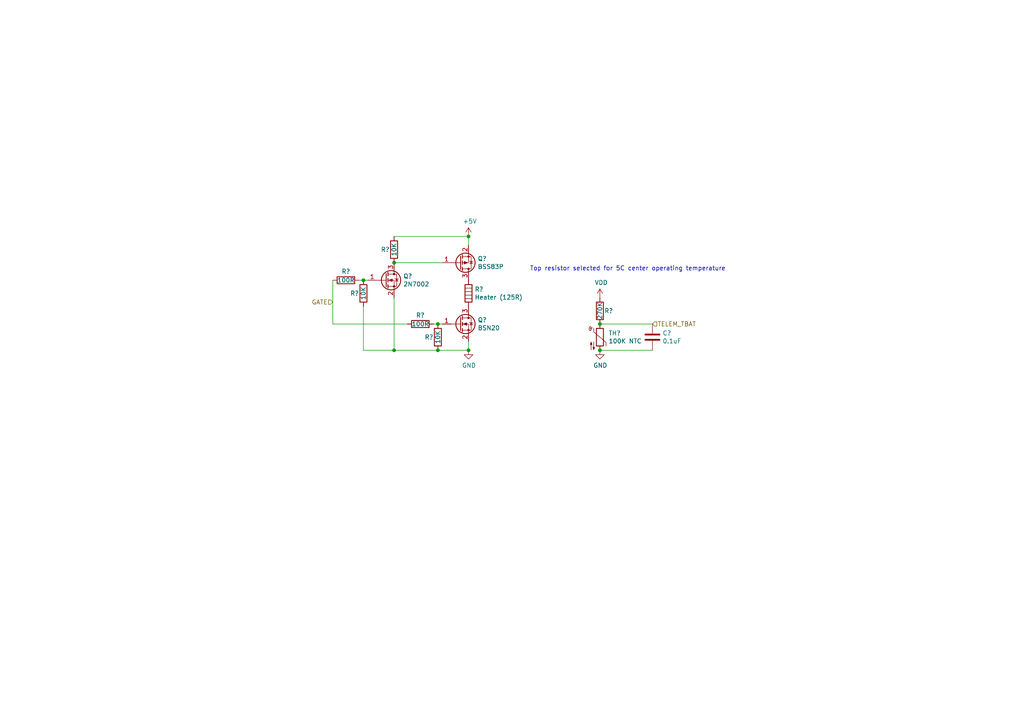
<source format=kicad_sch>
(kicad_sch (version 20211123) (generator eeschema)
  (paper "A4")
  (lib_symbols
    (symbol "Device:C" (pin_numbers hide) (pin_names (offset 0.254))
      (property "Reference" "C" (at 0.635 2.54 0))
      (property "Value" "C" (at 0.635 -2.54 0))
      (symbol "C_0_1"
        (polyline (pts (xy -2.032 -0.762) (xy 2.032 -0.762)) (stroke (width 0.508)))
        (polyline (pts (xy -2.032 0.762) (xy 2.032 0.762)) (stroke (width 0.508)))
      )
      (symbol "C_1_1"
        (pin passive line (at 0 3.81 270) (length 2.794) (name "~") (number "1"))
        (pin passive line (at 0 -3.81 90) (length 2.794) (name "~") (number "2"))
      )
    )
    (symbol "Device:Heater" (pin_numbers hide) (pin_names (offset 0))
      (property "Reference" "R" (at 2.032 0 90))
      (property "Value" "Heater" (at -2.032 0 90))
      (symbol "Heater_0_1"
        (rectangle (start -1.016 -2.54) (end 1.016 2.54) (stroke (width 0.254)))
        (polyline (pts (xy -1.016 1.524) (xy 1.016 1.524)))
        (polyline (pts (xy 1.016 -1.524) (xy -1.016 -1.524)))
        (polyline (pts (xy 1.016 -0.508) (xy -1.016 -0.508)))
        (polyline (pts (xy 1.016 0.508) (xy -1.016 0.508)))
      )
      (symbol "Heater_1_1"
        (pin passive line (at 0 3.81 270) (length 1.27) (name "~") (number "1"))
        (pin passive line (at 0 -3.81 90) (length 1.27) (name "~") (number "2"))
      )
    )
    (symbol "Device:R" (pin_numbers hide) (pin_names (offset 0))
      (property "Reference" "R" (at 2.032 0 90))
      (property "Value" "R" (at 0 0 90))
      (symbol "R_0_1"
        (rectangle (start -1.016 -2.54) (end 1.016 2.54) (stroke (width 0.254)))
      )
      (symbol "R_1_1"
        (pin passive line (at 0 3.81 270) (length 1.27) (name "~") (number "1"))
        (pin passive line (at 0 -3.81 90) (length 1.27) (name "~") (number "2"))
      )
    )
    (symbol "Device:Thermistor_NTC" (pin_numbers hide) (pin_names (offset 0))
      (property "Reference" "TH" (at -4.445 0 90))
      (property "Value" "Thermistor_NTC" (at 3.175 0 90))
      (symbol "Thermistor_NTC_0_1"
        (arc (start -3.048 2.159) (mid -3.0495 2.3143) (end -3.175 2.413))
        (arc (start -3.048 2.159) (mid -2.9736 1.9794) (end -2.794 1.905))
        (arc (start -3.048 2.794) (mid -2.9736 2.6144) (end -2.794 2.54))
        (arc (start -2.794 1.905) (mid -2.6144 1.9794) (end -2.54 2.159))
        (arc (start -2.794 2.54) (mid -2.4393 2.5587) (end -2.159 2.794))
        (arc (start -2.794 3.048) (mid -2.9736 2.9736) (end -3.048 2.794))
        (arc (start -2.54 2.794) (mid -2.6144 2.9736) (end -2.794 3.048))
        (rectangle (start -1.016 2.54) (end 1.016 -2.54) (stroke (width 0.254)))
        (polyline (pts (xy -2.54 2.159) (xy -2.54 2.794)))
        (polyline (pts (xy -1.778 2.54) (xy -1.778 1.524) (xy 1.778 -1.524) (xy 1.778 -2.54)))
        (polyline (pts (xy -2.54 -3.683) (xy -2.54 -1.397) (xy -2.794 -2.159) (xy -2.286 -2.159) (xy -2.54 -1.397) (xy -2.54 -1.651)) (fill (type outline)))
        (polyline (pts (xy -1.778 -1.397) (xy -1.778 -3.683) (xy -2.032 -2.921) (xy -1.524 -2.921) (xy -1.778 -3.683) (xy -1.778 -3.429)) (fill (type outline)))
      )
      (symbol "Thermistor_NTC_1_1"
        (pin passive line (at 0 3.81 270) (length 1.27) (name "~") (number "1"))
        (pin passive line (at 0 -3.81 90) (length 1.27) (name "~") (number "2"))
      )
    )
    (symbol "Transistor_FET:2N7002" (pin_names hide)
      (property "Reference" "Q" (at 5.08 1.905 0))
      (property "Value" "2N7002" (at 5.08 0 0))
      (symbol "2N7002_0_1"
        (polyline (pts (xy 0.254 0) (xy -2.54 0)))
        (polyline (pts (xy 0.254 1.905) (xy 0.254 -1.905)) (stroke (width 0.254)))
        (polyline (pts (xy 0.762 -1.27) (xy 0.762 -2.286)) (stroke (width 0.254)))
        (polyline (pts (xy 0.762 0.508) (xy 0.762 -0.508)) (stroke (width 0.254)))
        (polyline (pts (xy 0.762 2.286) (xy 0.762 1.27)) (stroke (width 0.254)))
        (polyline (pts (xy 2.54 2.54) (xy 2.54 1.778)))
        (polyline (pts (xy 2.54 -2.54) (xy 2.54 0) (xy 0.762 0)))
        (polyline (pts (xy 0.762 -1.778) (xy 3.302 -1.778) (xy 3.302 1.778) (xy 0.762 1.778)))
        (polyline (pts (xy 1.016 0) (xy 2.032 0.381) (xy 2.032 -0.381) (xy 1.016 0)) (fill (type outline)))
        (polyline (pts (xy 2.794 0.508) (xy 2.921 0.381) (xy 3.683 0.381) (xy 3.81 0.254)))
        (polyline (pts (xy 3.302 0.381) (xy 2.921 -0.254) (xy 3.683 -0.254) (xy 3.302 0.381)))
        (circle (center 1.651 0) (radius 2.794) (stroke (width 0.254)))
        (circle (center 2.54 -1.778) (radius 0.254) (fill (type outline)))
        (circle (center 2.54 1.778) (radius 0.254) (fill (type outline)))
      )
      (symbol "2N7002_1_1"
        (pin input line (at -5.08 0 0) (length 2.54) (name "G") (number "1"))
        (pin passive line (at 2.54 -5.08 90) (length 2.54) (name "S") (number "2"))
        (pin passive line (at 2.54 5.08 270) (length 2.54) (name "D") (number "3"))
      )
    )
    (symbol "Transistor_FET:BSN20" (pin_names hide)
      (property "Reference" "Q" (at 5.08 1.905 0))
      (property "Value" "BSN20" (at 5.08 0 0))
      (symbol "BSN20_0_1"
        (polyline (pts (xy 0.254 0) (xy -2.54 0)))
        (polyline (pts (xy 0.254 1.905) (xy 0.254 -1.905)) (stroke (width 0.254)))
        (polyline (pts (xy 0.762 -1.27) (xy 0.762 -2.286)) (stroke (width 0.254)))
        (polyline (pts (xy 0.762 0.508) (xy 0.762 -0.508)) (stroke (width 0.254)))
        (polyline (pts (xy 0.762 2.286) (xy 0.762 1.27)) (stroke (width 0.254)))
        (polyline (pts (xy 2.54 2.54) (xy 2.54 1.778)))
        (polyline (pts (xy 2.54 -2.54) (xy 2.54 0) (xy 0.762 0)))
        (polyline (pts (xy 0.762 -1.778) (xy 3.302 -1.778) (xy 3.302 1.778) (xy 0.762 1.778)))
        (polyline (pts (xy 1.016 0) (xy 2.032 0.381) (xy 2.032 -0.381) (xy 1.016 0)) (fill (type outline)))
        (polyline (pts (xy 2.794 0.508) (xy 2.921 0.381) (xy 3.683 0.381) (xy 3.81 0.254)))
        (polyline (pts (xy 3.302 0.381) (xy 2.921 -0.254) (xy 3.683 -0.254) (xy 3.302 0.381)))
        (circle (center 1.651 0) (radius 2.794) (stroke (width 0.254)))
        (circle (center 2.54 -1.778) (radius 0.254) (fill (type outline)))
        (circle (center 2.54 1.778) (radius 0.254) (fill (type outline)))
      )
      (symbol "BSN20_1_1"
        (pin input line (at -5.08 0 0) (length 2.54) (name "G") (number "1"))
        (pin passive line (at 2.54 -5.08 90) (length 2.54) (name "S") (number "2"))
        (pin passive line (at 2.54 5.08 270) (length 2.54) (name "D") (number "3"))
      )
    )
    (symbol "Transistor_FET:BSS83P" (pin_names hide)
      (property "Reference" "Q" (at 5.08 1.905 0))
      (property "Value" "BSS83P" (at 5.08 0 0))
      (symbol "BSS83P_0_1"
        (polyline (pts (xy 0.254 0) (xy -2.54 0)))
        (polyline (pts (xy 0.254 1.905) (xy 0.254 -1.905)) (stroke (width 0.254)))
        (polyline (pts (xy 0.762 -1.27) (xy 0.762 -2.286)) (stroke (width 0.254)))
        (polyline (pts (xy 0.762 0.508) (xy 0.762 -0.508)) (stroke (width 0.254)))
        (polyline (pts (xy 0.762 2.286) (xy 0.762 1.27)) (stroke (width 0.254)))
        (polyline (pts (xy 2.54 2.54) (xy 2.54 1.778)))
        (polyline (pts (xy 2.54 -2.54) (xy 2.54 0) (xy 0.762 0)))
        (polyline (pts (xy 0.762 1.778) (xy 3.302 1.778) (xy 3.302 -1.778) (xy 0.762 -1.778)))
        (polyline (pts (xy 2.286 0) (xy 1.27 0.381) (xy 1.27 -0.381) (xy 2.286 0)) (fill (type outline)))
        (polyline (pts (xy 2.794 -0.508) (xy 2.921 -0.381) (xy 3.683 -0.381) (xy 3.81 -0.254)))
        (polyline (pts (xy 3.302 -0.381) (xy 2.921 0.254) (xy 3.683 0.254) (xy 3.302 -0.381)))
        (circle (center 1.651 0) (radius 2.794) (stroke (width 0.254)))
        (circle (center 2.54 -1.778) (radius 0.254) (fill (type outline)))
        (circle (center 2.54 1.778) (radius 0.254) (fill (type outline)))
      )
      (symbol "BSS83P_1_1"
        (pin input line (at -5.08 0 0) (length 2.54) (name "G") (number "1"))
        (pin passive line (at 2.54 -5.08 90) (length 2.54) (name "S") (number "2"))
        (pin passive line (at 2.54 5.08 270) (length 2.54) (name "D") (number "3"))
      )
    )
    (symbol "power:+5V" (power) (pin_names (offset 0))
      (property "Value" "+5V" (at 0 3.556 0))
      (symbol "+5V_0_1"
        (polyline (pts (xy -0.762 1.27) (xy 0 2.54)))
        (polyline (pts (xy 0 0) (xy 0 2.54)))
        (polyline (pts (xy 0 2.54) (xy 0.762 1.27)))
      )
      (symbol "+5V_1_1"
        (pin power_in line (at 0 0 90) (length 0) hide (name "+5V") (number "1"))
      )
    )
    (symbol "power:GND" (power) (pin_names (offset 0))
      (property "Value" "GND" (at 0 -3.81 0))
      (symbol "GND_0_1"
        (polyline (pts (xy 0 0) (xy 0 -1.27) (xy 1.27 -1.27) (xy 0 -2.54) (xy -1.27 -1.27) (xy 0 -1.27)))
      )
      (symbol "GND_1_1"
        (pin power_in line (at 0 0 270) (length 0) hide (name "GND") (number "1"))
      )
    )
    (symbol "power:VDD" (power) (pin_names (offset 0))
      (property "Value" "VDD" (at 0 3.81 0))
      (symbol "VDD_0_1"
        (polyline (pts (xy -0.762 1.27) (xy 0 2.54)))
        (polyline (pts (xy 0 0) (xy 0 2.54)))
        (polyline (pts (xy 0 2.54) (xy 0.762 1.27)))
      )
      (symbol "VDD_1_1"
        (pin power_in line (at 0 0 90) (length 0) hide (name "VDD") (number "1"))
      )
    )
  )
  (junction (at 114.3 76.2))
  (junction (at 135.89 68.58))
  (junction (at 173.99 101.6))
  (junction (at 135.89 101.6))
  (junction (at 114.3 101.6))
  (junction (at 127 101.6))
  (junction (at 173.99 93.98))
  (junction (at 127 93.98))
  (junction (at 105.41 81.28))
  (wire (pts (xy 96.52 81.28) (xy 96.52 93.98)))
  (wire (pts (xy 127 93.98) (xy 128.27 93.98)))
  (wire (pts (xy 96.52 93.98) (xy 118.11 93.98)))
  (wire (pts (xy 114.3 86.36) (xy 114.3 101.6)))
  (wire (pts (xy 135.89 101.6) (xy 135.89 99.06)))
  (wire (pts (xy 125.73 93.98) (xy 127 93.98)))
  (wire (pts (xy 173.99 93.98) (xy 189.23 93.98)))
  (wire (pts (xy 114.3 68.58) (xy 135.89 68.58)))
  (wire (pts (xy 114.3 101.6) (xy 127 101.6)))
  (wire (pts (xy 105.41 101.6) (xy 114.3 101.6)))
  (wire (pts (xy 105.41 88.9) (xy 105.41 101.6)))
  (wire (pts (xy 105.41 81.28) (xy 106.68 81.28)))
  (wire (pts (xy 173.99 101.6) (xy 189.23 101.6)))
  (wire (pts (xy 128.27 76.2) (xy 114.3 76.2)))
  (wire (pts (xy 135.89 68.58) (xy 135.89 71.12)))
  (wire (pts (xy 104.14 81.28) (xy 105.41 81.28)))
  (wire (pts (xy 127 101.6) (xy 135.89 101.6)))
  (text "Top resistor selected for 5C center operating temperature" (at 153.67 78.74 0) (effects (font (size 1.27 1.27)) (justify left bottom)))
  (hierarchical_label "GATE" (shape input) (at 96.52 87.63 180))
  (hierarchical_label "TELEM_TBAT" (shape input) (at 189.23 93.98 0))
  (symbol (lib_id "Device:R") (at 114.3 72.39 0) (unit 1)
    (property "Reference" "R?" (at 113.03 72.39 0) (effects (justify right)))
    (property "Value" "10K" (at 114.3 72.39 90))
    (property "Footprint" "Resistor_SMD:R_0805_2012Metric" (effects hide))
  )
  (symbol (lib_id "Device:R") (at 173.99 90.17 0) (unit 1)
    (property "Reference" "R?" (at 175.26 90.17 0) (effects (justify left)))
    (property "Value" "270K" (at 173.99 92.71 90) (effects (justify left)))
    (property "Footprint" "Resistor_SMD:R_0805_2012Metric" (effects hide))
  )
  (symbol (lib_id "Transistor_FET:2N7002") (at 111.76 81.28 0) (unit 1)
    (property "Reference" "Q?" (at 116.9416 80.1116 0) (effects (justify left)))
    (property "Value" "2N7002" (at 116.9416 82.423 0) (effects (justify left)))
    (property "Footprint" "Package_TO_SOT_SMD:SOT-23" (effects hide))
    (property "Datasheet" "https://www.onsemi.com/pub/Collateral/NDS7002A-D.PDF" (effects hide))
  )
  (symbol (lib_id "power:+5V") (at 135.89 68.58 0) (unit 1)
    (property "Reference" "#PWR?" (effects hide))
    (property "Value" "+5V" (at 136.271 64.1858 0))
  )
  (symbol (lib_id "Transistor_FET:BSN20") (at 133.35 93.98 0) (unit 1)
    (property "Reference" "Q?" (at 138.557 92.8116 0) (effects (justify left)))
    (property "Value" "BSN20" (at 138.557 95.123 0) (effects (justify left)))
    (property "Footprint" "Package_TO_SOT_SMD:SOT-23" (effects hide))
    (property "Datasheet" "http://www.diodes.com/assets/Datasheets/ds31898.pdf" (effects hide))
  )
  (symbol (lib_id "Device:R") (at 121.92 93.98 270) (unit 1)
    (property "Reference" "R?" (at 121.92 91.44 90))
    (property "Value" "100R" (at 121.92 93.98 90))
    (property "Footprint" "Resistor_SMD:R_0805_2012Metric" (effects hide))
  )
  (symbol (lib_id "power:VDD") (at 173.99 86.36 0) (unit 1)
    (property "Reference" "#PWR?" (effects hide))
    (property "Value" "VDD" (at 174.371 81.9658 0))
  )
  (symbol (lib_id "Device:R") (at 127 97.79 0) (unit 1)
    (property "Reference" "R?" (at 125.73 97.79 0) (effects (justify right)))
    (property "Value" "10K" (at 127 97.79 90))
    (property "Footprint" "Resistor_SMD:R_0805_2012Metric" (effects hide))
  )
  (symbol (lib_id "power:GND") (at 135.89 101.6 0) (unit 1)
    (property "Reference" "#PWR?" (effects hide))
    (property "Value" "GND" (at 136.017 105.9942 0))
  )
  (symbol (lib_id "Transistor_FET:BSS83P") (at 133.35 76.2 0) (mirror x) (unit 1)
    (property "Reference" "Q?" (at 138.5316 75.0316 0) (effects (justify left)))
    (property "Value" "BSS83P" (at 138.5316 77.343 0) (effects (justify left)))
    (property "Footprint" "Package_TO_SOT_SMD:SOT-23" (effects hide))
    (property "Datasheet" "http://www.farnell.com/datasheets/1835997.pdf" (effects hide))
  )
  (symbol (lib_id "Device:R") (at 105.41 85.09 0) (unit 1)
    (property "Reference" "R?" (at 104.14 85.09 0) (effects (justify right)))
    (property "Value" "10K" (at 105.41 85.09 90))
    (property "Footprint" "Resistor_SMD:R_0805_2012Metric" (effects hide))
  )
  (symbol (lib_id "Device:Heater") (at 135.89 85.09 0) (unit 1)
    (property "Reference" "R?" (at 137.668 83.9216 0) (effects (justify left)))
    (property "Value" "Heater (125R)" (at 137.668 86.233 0) (effects (justify left)))
    (property "Footprint" "Connector_PinHeader_2.54mm:PinHeader_1x02_P2.54mm_Vertical" (effects hide))
  )
  (symbol (lib_id "Device:R") (at 100.33 81.28 270) (unit 1)
    (property "Reference" "R?" (at 100.33 78.74 90))
    (property "Value" "100R" (at 100.33 81.28 90))
    (property "Footprint" "Resistor_SMD:R_0805_2012Metric" (effects hide))
  )
  (symbol (lib_id "power:GND") (at 173.99 101.6 0) (unit 1)
    (property "Reference" "#PWR?" (effects hide))
    (property "Value" "GND" (at 174.117 105.9942 0))
  )
  (symbol (lib_id "Device:Thermistor_NTC") (at 173.99 97.79 0) (unit 1)
    (property "Reference" "TH?" (at 176.4792 96.6216 0) (effects (justify left)))
    (property "Value" "100K NTC" (at 176.4792 98.933 0) (effects (justify left)))
    (property "Footprint" "Connector_Hirose:Hirose_DF13-02P-1.25DSA_1x02_P1.25mm_Vertical" (effects hide))
  )
  (symbol (lib_id "Device:C") (at 189.23 97.79 0) (unit 1)
    (property "Reference" "C?" (at 192.151 96.6216 0) (effects (justify left)))
    (property "Value" "0.1uF" (at 192.151 98.933 0) (effects (justify left)))
    (property "Footprint" "Capacitor_SMD:C_0805_2012Metric" (effects hide))
  )
)
</source>
